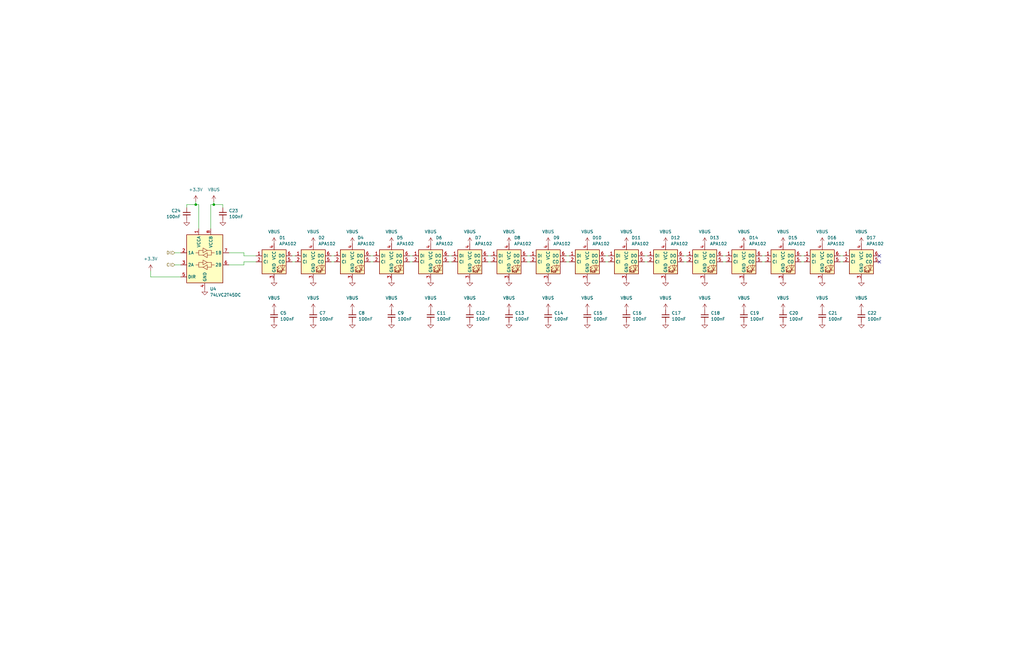
<source format=kicad_sch>
(kicad_sch (version 20250114) (generator "eeschema") (generator_version "9.0")
  (paper "USLedger")
  (title_block (date "2025-12-14") (rev "1"))
  (lib_symbols
    (symbol "Device:C_Small" (pin_numbers (hide yes)) (pin_names (offset 0.254) (hide yes))
      (property "Reference" "C" (at 0.254 1.778 0))
      (property "Value" "C_Small" (at 0.254 -2.032 0))
      (symbol "C_Small_0_1"
        (polyline (pts (xy -1.524 0.508) (xy 1.524 0.508)) (stroke (width 0.3048)))
        (polyline (pts (xy -1.524 -0.508) (xy 1.524 -0.508)) (stroke (width 0.3302)))
      )
      (symbol "C_Small_1_1"
        (pin passive line (at 0 2.54 270) (length 2.032) (name "~") (number "1"))
        (pin passive line (at 0 -2.54 90) (length 2.032) (name "~") (number "2"))
      )
    )
    (symbol "LED:APA102"
      (property "Reference" "D" (at 5.08 5.715 0))
      (property "Value" "APA102" (at 1.27 -5.715 0))
      (symbol "APA102_0_0"
        (text "RGB" (at 2.286 -4.191 0) (effects (font (size 0.762 0.762))))
      )
      (symbol "APA102_0_1"
        (polyline (pts (xy 1.27 -2.54) (xy 1.778 -2.54)))
        (polyline (pts (xy 1.27 -3.556) (xy 1.778 -3.556)))
        (polyline (pts (xy 2.286 -1.524) (xy 1.27 -2.54) (xy 1.27 -2.032)))
        (polyline (pts (xy 2.286 -2.54) (xy 1.27 -3.556) (xy 1.27 -3.048)))
        (polyline (pts (xy 3.683 -1.016) (xy 3.683 -3.556) (xy 3.683 -4.064)))
        (polyline (pts (xy 4.699 -1.524) (xy 2.667 -1.524) (xy 3.683 -3.556) (xy 4.699 -1.524)))
        (polyline (pts (xy 4.699 -3.556) (xy 2.667 -3.556)))
        (rectangle (start 5.08 5.08) (end -5.08 -5.08) (stroke (width 0.254)) (fill (type background)))
      )
      (symbol "APA102_1_1"
        (pin input line (at -7.62 2.54 0) (length 2.54) (name "DI") (number "1"))
        (pin input line (at -7.62 0 0) (length 2.54) (name "CI") (number "2"))
        (pin power_in line (at 0 7.62 270) (length 2.54) (name "VCC") (number "4"))
        (pin power_in line (at 0 -7.62 90) (length 2.54) (name "GND") (number "3"))
        (pin output line (at 7.62 2.54 180) (length 2.54) (name "DO") (number "6"))
        (pin output line (at 7.62 0 180) (length 2.54) (name "CO") (number "5"))
      )
    )
    (symbol "Logic_LevelTranslator:74LVC2T45DC"
      (property "Reference" "U" (at 6.35 -11.43 0))
      (property "Value" "74LVC2T45DC" (at 10.16 11.43 0))
      (symbol "74LVC2T45DC_1_1"
        (rectangle (start -7.62 10.16) (end 7.62 -10.16) (stroke (width 0.254)) (fill (type background)))
        (polyline (pts (xy -2.54 2.54) (xy -2.54 3.556) (xy -0.762 3.556)))
        (polyline (pts (xy -2.54 -2.54) (xy -2.54 -1.524) (xy -0.762 -1.524)))
        (polyline (pts (xy -0.762 2.54) (xy -0.762 4.572) (xy 1.016 3.556) (xy -0.762 2.54)))
        (polyline (pts (xy -0.762 1.524) (xy -2.54 1.524) (xy -2.54 2.54) (xy -3.81 2.54)))
        (polyline (pts (xy -0.762 -2.54) (xy -0.762 -0.508) (xy 1.016 -1.524) (xy -0.762 -2.54)))
        (polyline (pts (xy -0.762 -3.556) (xy -2.54 -3.556) (xy -2.54 -2.54) (xy -3.81 -2.54)))
        (polyline (pts (xy 1.016 3.556) (xy 2.794 3.556) (xy 2.794 2.54) (xy 4.064 2.54)))
        (polyline (pts (xy 1.016 2.54) (xy 1.016 0.762) (xy 1.016 0.508) (xy -0.762 1.524) (xy 1.016 2.54)))
        (polyline (pts (xy 1.016 -1.524) (xy 2.794 -1.524) (xy 2.794 -2.54) (xy 4.064 -2.54)))
        (polyline (pts (xy 1.016 -2.54) (xy 1.016 -4.318) (xy 1.016 -4.572) (xy -0.762 -3.556) (xy 1.016 -2.54)))
        (polyline (pts (xy 2.794 2.54) (xy 2.794 1.524) (xy 1.016 1.524)))
        (polyline (pts (xy 2.794 -2.54) (xy 2.794 -3.556) (xy 1.016 -3.556)))
        (pin bidirectional line (at -10.16 2.54 0) (length 2.54) (name "1A") (number "2"))
        (pin bidirectional line (at -10.16 -2.54 0) (length 2.54) (name "2A") (number "3"))
        (pin input line (at -10.16 -7.62 0) (length 2.54) (name "DIR") (number "5"))
        (pin power_in line (at -2.54 12.7 270) (length 2.54) (name "VCCA") (number "1"))
        (pin power_in line (at 0 -12.7 90) (length 2.54) (name "GND") (number "4"))
        (pin power_in line (at 2.54 12.7 270) (length 2.54) (name "VCCB") (number "8"))
        (pin bidirectional line (at 10.16 2.54 180) (length 2.54) (name "1B") (number "7"))
        (pin bidirectional line (at 10.16 -2.54 180) (length 2.54) (name "2B") (number "6"))
      )
    )
    (symbol "VBUS_1" (power) (pin_numbers (hide yes)) (pin_names (offset 0) (hide yes))
      (property "Value" "VBUS" (at 0 3.556 0))
      (symbol "VBUS_1_0_1"
        (polyline (pts (xy -0.762 1.27) (xy 0 2.54)))
        (polyline (pts (xy 0 2.54) (xy 0.762 1.27)))
        (polyline (pts (xy 0 0) (xy 0 2.54)))
      )
      (symbol "VBUS_1_1_1"
        (pin power_in line (at 0 0 90) (length 0) (name "~") (number "1"))
      )
    )
    (symbol "power:+3.3V" (power) (pin_names (offset 0))
      (property "Value" "+3.3V" (at 0 3.556 0))
      (symbol "+3.3V_0_1"
        (polyline (pts (xy -0.762 1.27) (xy 0 2.54)))
        (polyline (pts (xy 0 2.54) (xy 0.762 1.27)))
        (polyline (pts (xy 0 0) (xy 0 2.54)))
      )
      (symbol "+3.3V_1_1"
        (pin power_in line (at 0 0 90) (length 0) (hide yes) (name "+3.3V") (number "1"))
      )
    )
    (symbol "power:GND" (power) (pin_names (offset 0))
      (property "Value" "GND" (at 0 -3.81 0))
      (symbol "GND_0_1"
        (polyline (pts (xy 0 0) (xy 0 -1.27) (xy 1.27 -1.27) (xy 0 -2.54) (xy -1.27 -1.27) (xy 0 -1.27)))
      )
      (symbol "GND_1_1"
        (pin power_in line (at 0 0 270) (length 0) (hide yes) (name "GND") (number "1"))
      )
    )
  )
  (junction (at 82.55 86.36))
  (junction (at 90.17 86.36))
  (no_connect (at 370.84 110.49))
  (no_connect (at 370.84 107.95))
  (wire (pts (xy 337.82 107.95) (xy 339.09 107.95)))
  (wire (pts (xy 222.25 110.49) (xy 223.52 110.49)))
  (wire (pts (xy 83.82 86.36) (xy 83.82 96.52)))
  (wire (pts (xy 102.87 110.49) (xy 107.95 110.49)))
  (wire (pts (xy 82.55 85.09) (xy 82.55 86.36)))
  (wire (pts (xy 96.52 111.76) (xy 102.87 111.76)))
  (wire (pts (xy 78.74 86.36) (xy 82.55 86.36)))
  (wire (pts (xy 139.7 110.49) (xy 140.97 110.49)))
  (wire (pts (xy 90.17 85.09) (xy 90.17 86.36)))
  (wire (pts (xy 205.74 107.95) (xy 207.01 107.95)))
  (wire (pts (xy 63.5 116.84) (xy 76.2 116.84)))
  (wire (pts (xy 102.87 106.68) (xy 102.87 107.95)))
  (wire (pts (xy 189.23 107.95) (xy 190.5 107.95)))
  (wire (pts (xy 63.5 114.3) (xy 63.5 116.84)))
  (wire (pts (xy 172.72 110.49) (xy 173.99 110.49)))
  (wire (pts (xy 156.21 107.95) (xy 157.48 107.95)))
  (wire (pts (xy 172.72 107.95) (xy 173.99 107.95)))
  (wire (pts (xy 222.25 107.95) (xy 223.52 107.95)))
  (wire (pts (xy 156.21 110.49) (xy 157.48 110.49)))
  (wire (pts (xy 139.7 107.95) (xy 140.97 107.95)))
  (wire (pts (xy 73.66 106.68) (xy 76.2 106.68)))
  (wire (pts (xy 337.82 110.49) (xy 339.09 110.49)))
  (wire (pts (xy 354.33 107.95) (xy 355.6 107.95)))
  (wire (pts (xy 288.29 110.49) (xy 289.56 110.49)))
  (wire (pts (xy 189.23 110.49) (xy 190.5 110.49)))
  (wire (pts (xy 271.78 110.49) (xy 273.05 110.49)))
  (wire (pts (xy 90.17 86.36) (xy 88.9 86.36)))
  (wire (pts (xy 271.78 107.95) (xy 273.05 107.95)))
  (wire (pts (xy 123.19 110.49) (xy 124.46 110.49)))
  (wire (pts (xy 238.76 110.49) (xy 240.03 110.49)))
  (wire (pts (xy 255.27 107.95) (xy 256.54 107.95)))
  (wire (pts (xy 304.8 107.95) (xy 306.07 107.95)))
  (wire (pts (xy 354.33 110.49) (xy 355.6 110.49)))
  (wire (pts (xy 288.29 107.95) (xy 289.56 107.95)))
  (wire (pts (xy 88.9 86.36) (xy 88.9 96.52)))
  (wire (pts (xy 321.31 107.95) (xy 322.58 107.95)))
  (wire (pts (xy 205.74 110.49) (xy 207.01 110.49)))
  (wire (pts (xy 96.52 106.68) (xy 102.87 106.68)))
  (wire (pts (xy 102.87 107.95) (xy 107.95 107.95)))
  (wire (pts (xy 304.8 110.49) (xy 306.07 110.49)))
  (wire (pts (xy 123.19 107.95) (xy 124.46 107.95)))
  (wire (pts (xy 238.76 107.95) (xy 240.03 107.95)))
  (wire (pts (xy 102.87 111.76) (xy 102.87 110.49)))
  (wire (pts (xy 93.98 87.63) (xy 93.98 86.36)))
  (wire (pts (xy 78.74 87.63) (xy 78.74 86.36)))
  (wire (pts (xy 90.17 86.36) (xy 93.98 86.36)))
  (wire (pts (xy 73.66 111.76) (xy 76.2 111.76)))
  (wire (pts (xy 321.31 110.49) (xy 322.58 110.49)))
  (wire (pts (xy 255.27 110.49) (xy 256.54 110.49)))
  (wire (pts (xy 82.55 86.36) (xy 83.82 86.36)))
  (hierarchical_label "CI" (shape input) (at 73.66 111.76 180))
  (hierarchical_label "DI" (shape input) (at 73.66 106.68 180))
  (symbol (lib_name "VBUS_1") (lib_id "power:VBUS") (at 181.61 130.81 0) (unit 1)
    (property "Reference" "#PWR033" (effects (hide yes)))
    (property "Value" "VBUS" (at 181.61 125.73 0))
    (property "Description" "Power symbol creates a global label with name \"VBUS\"" (effects (hide yes)))
  )
  (symbol (lib_name "VBUS_1") (lib_id "power:VBUS") (at 330.2 102.87 0) (unit 1)
    (property "Reference" "#PWR077" (effects (hide yes)))
    (property "Value" "VBUS" (at 330.2 97.79 0))
    (property "Description" "Power symbol creates a global label with name \"VBUS\"" (effects (hide yes)))
  )
  (symbol (lib_id "power:GND") (at 264.16 118.11 0) (unit 1)
    (property "Reference" "#PWR046" (effects (hide yes)))
    (property "Value" "GND" (effects (hide yes)))
  )
  (symbol (lib_id "power:GND") (at 132.08 118.11 0) (unit 1)
    (property "Reference" "#PWR015" (effects (hide yes)))
    (property "Value" "GND" (effects (hide yes)))
  )
  (symbol (lib_name "VBUS_1") (lib_id "power:VBUS") (at 165.1 130.81 0) (unit 1)
    (property "Reference" "#PWR023" (effects (hide yes)))
    (property "Value" "VBUS" (at 165.1 125.73 0))
    (property "Description" "Power symbol creates a global label with name \"VBUS\"" (effects (hide yes)))
  )
  (symbol (lib_id "Device:C_Small") (at 214.63 133.35 0) (unit 1)
    (property "Reference" "C13" (at 217.17 132.0862 0) (effects (justify left)))
    (property "Value" "100nF" (at 217.17 134.6262 0) (effects (justify left)))
    (property "Description" "Unpolarized capacitor, small symbol" (effects (hide yes)))
  )
  (symbol (lib_id "Device:C_Small") (at 165.1 133.35 0) (unit 1)
    (property "Reference" "C9" (at 167.64 132.0862 0) (effects (justify left)))
    (property "Value" "100nF" (at 167.64 134.6262 0) (effects (justify left)))
    (property "Description" "Unpolarized capacitor, small symbol" (effects (hide yes)))
  )
  (symbol (lib_id "Device:C_Small") (at 363.22 133.35 0) (unit 1)
    (property "Reference" "C22" (at 365.76 132.0862 0) (effects (justify left)))
    (property "Value" "100nF" (at 365.76 134.6262 0) (effects (justify left)))
    (property "Description" "Unpolarized capacitor, small symbol" (effects (hide yes)))
  )
  (symbol (lib_id "Device:C_Small") (at 78.74 90.17 0) (mirror y) (unit 1)
    (property "Reference" "C24" (at 76.2 88.9062 0) (effects (justify left)))
    (property "Value" "100nF" (at 76.2 91.4462 0) (effects (justify left)))
    (property "Description" "Unpolarized capacitor, small symbol" (effects (hide yes)))
  )
  (symbol (lib_id "power:GND") (at 214.63 135.89 0) (unit 1)
    (property "Reference" "#PWR068" (effects (hide yes)))
    (property "Value" "GND" (effects (hide yes)))
  )
  (symbol (lib_name "VBUS_1") (lib_id "power:VBUS") (at 264.16 102.87 0) (unit 1)
    (property "Reference" "#PWR057" (effects (hide yes)))
    (property "Value" "VBUS" (at 264.16 97.79 0))
    (property "Description" "Power symbol creates a global label with name \"VBUS\"" (effects (hide yes)))
  )
  (symbol (lib_id "power:GND") (at 132.08 135.89 0) (unit 1)
    (property "Reference" "#PWR034" (effects (hide yes)))
    (property "Value" "GND" (effects (hide yes)))
  )
  (symbol (lib_id "Device:C_Small") (at 132.08 133.35 0) (unit 1)
    (property "Reference" "C7" (at 134.62 132.0862 0) (effects (justify left)))
    (property "Value" "100nF" (at 134.62 134.6262 0) (effects (justify left)))
    (property "Description" "Unpolarized capacitor, small symbol" (effects (hide yes)))
  )
  (symbol (lib_id "power:GND") (at 231.14 118.11 0) (unit 1)
    (property "Reference" "#PWR030" (effects (hide yes)))
    (property "Value" "GND" (effects (hide yes)))
  )
  (symbol (lib_id "power:GND") (at 231.14 135.89 0) (unit 1)
    (property "Reference" "#PWR070" (effects (hide yes)))
    (property "Value" "GND" (effects (hide yes)))
  )
  (symbol (lib_name "VBUS_1") (lib_id "power:VBUS") (at 247.65 130.81 0) (unit 1)
    (property "Reference" "#PWR054" (effects (hide yes)))
    (property "Value" "VBUS" (at 247.65 125.73 0))
    (property "Description" "Power symbol creates a global label with name \"VBUS\"" (effects (hide yes)))
  )
  (symbol (lib_id "power:+3.3V") (at 63.5 114.3 0) (unit 1)
    (property "Reference" "#PWR094" (effects (hide yes)))
    (property "Value" "+3.3V" (at 63.5 109.22 0))
  )
  (symbol (lib_id "power:GND") (at 181.61 118.11 0) (unit 1)
    (property "Reference" "#PWR024" (effects (hide yes)))
    (property "Value" "GND" (effects (hide yes)))
  )
  (symbol (lib_name "VBUS_1") (lib_id "power:VBUS") (at 297.18 102.87 0) (unit 1)
    (property "Reference" "#PWR067" (effects (hide yes)))
    (property "Value" "VBUS" (at 297.18 97.79 0))
    (property "Description" "Power symbol creates a global label with name \"VBUS\"" (effects (hide yes)))
  )
  (symbol (lib_id "Device:C_Small") (at 297.18 133.35 0) (unit 1)
    (property "Reference" "C18" (at 299.72 132.0862 0) (effects (justify left)))
    (property "Value" "100nF" (at 299.72 134.6262 0) (effects (justify left)))
    (property "Description" "Unpolarized capacitor, small symbol" (effects (hide yes)))
  )
  (symbol (lib_name "VBUS_1") (lib_id "power:VBUS") (at 132.08 130.81 0) (unit 1)
    (property "Reference" "#PWR016" (effects (hide yes)))
    (property "Value" "VBUS" (at 132.08 125.73 0))
    (property "Description" "Power symbol creates a global label with name \"VBUS\"" (effects (hide yes)))
  )
  (symbol (lib_name "VBUS_1") (lib_id "power:VBUS") (at 264.16 130.81 0) (unit 1)
    (property "Reference" "#PWR061" (effects (hide yes)))
    (property "Value" "VBUS" (at 264.16 125.73 0))
    (property "Description" "Power symbol creates a global label with name \"VBUS\"" (effects (hide yes)))
  )
  (symbol (lib_id "LED:APA102") (at 247.65 110.49 0) (unit 1)
    (property "Reference" "D10" (at 249.7933 100.33 0) (effects (justify left)))
    (property "Value" "APA102" (at 249.7933 102.87 0) (effects (justify left)))
    (property "Footprint" "LED_SMD:LED_RGB_5050-6" (effects (hide yes)))
    (property "Datasheet" "http://www.led-color.com/upload/201506/APA102%20LED.pdf" (effects (hide yes)))
    (property "Description" "RGB LED with integrated controller" (effects (hide yes)))
  )
  (symbol (lib_name "VBUS_1") (lib_id "power:VBUS") (at 214.63 102.87 0) (unit 1)
    (property "Reference" "#PWR039" (effects (hide yes)))
    (property "Value" "VBUS" (at 214.63 97.79 0))
    (property "Description" "Power symbol creates a global label with name \"VBUS\"" (effects (hide yes)))
  )
  (symbol (lib_id "power:GND") (at 148.59 118.11 0) (unit 1)
    (property "Reference" "#PWR019" (effects (hide yes)))
    (property "Value" "GND" (effects (hide yes)))
  )
  (symbol (lib_id "power:GND") (at 346.71 118.11 0) (unit 1)
    (property "Reference" "#PWR060" (effects (hide yes)))
    (property "Value" "GND" (effects (hide yes)))
  )
  (symbol (lib_id "power:GND") (at 86.36 121.92 0) (unit 1)
    (property "Reference" "#PWR091" (effects (hide yes)))
    (property "Value" "GND" (effects (hide yes)))
  )
  (symbol (lib_id "power:GND") (at 93.98 92.71 0) (unit 1)
    (property "Reference" "#PWR092" (effects (hide yes)))
    (property "Value" "GND" (effects (hide yes)))
  )
  (symbol (lib_id "LED:APA102") (at 363.22 110.49 0) (unit 1)
    (property "Reference" "D17" (at 365.3633 100.33 0) (effects (justify left)))
    (property "Value" "APA102" (at 365.3633 102.87 0) (effects (justify left)))
    (property "Footprint" "LED_SMD:LED_RGB_5050-6" (effects (hide yes)))
    (property "Datasheet" "http://www.led-color.com/upload/201506/APA102%20LED.pdf" (effects (hide yes)))
    (property "Description" "RGB LED with integrated controller" (effects (hide yes)))
  )
  (symbol (lib_id "LED:APA102") (at 214.63 110.49 0) (unit 1)
    (property "Reference" "D8" (at 216.7733 100.33 0) (effects (justify left)))
    (property "Value" "APA102" (at 216.7733 102.87 0) (effects (justify left)))
    (property "Footprint" "LED_SMD:LED_RGB_5050-6" (effects (hide yes)))
    (property "Datasheet" "http://www.led-color.com/upload/201506/APA102%20LED.pdf" (effects (hide yes)))
    (property "Description" "RGB LED with integrated controller" (effects (hide yes)))
  )
  (symbol (lib_id "Device:C_Small") (at 313.69 133.35 0) (unit 1)
    (property "Reference" "C19" (at 316.23 132.0862 0) (effects (justify left)))
    (property "Value" "100nF" (at 316.23 134.6262 0) (effects (justify left)))
    (property "Description" "Unpolarized capacitor, small symbol" (effects (hide yes)))
  )
  (symbol (lib_id "power:GND") (at 247.65 135.89 0) (unit 1)
    (property "Reference" "#PWR074" (effects (hide yes)))
    (property "Value" "GND" (effects (hide yes)))
  )
  (symbol (lib_name "VBUS_1") (lib_id "power:VBUS") (at 247.65 102.87 0) (unit 1)
    (property "Reference" "#PWR051" (effects (hide yes)))
    (property "Value" "VBUS" (at 247.65 97.79 0))
    (property "Description" "Power symbol creates a global label with name \"VBUS\"" (effects (hide yes)))
  )
  (symbol (lib_name "VBUS_1") (lib_id "power:VBUS") (at 148.59 102.87 0) (unit 1)
    (property "Reference" "#PWR027" (effects (hide yes)))
    (property "Value" "VBUS" (at 148.59 97.79 0))
    (property "Description" "Power symbol creates a global label with name \"VBUS\"" (effects (hide yes)))
  )
  (symbol (lib_id "power:GND") (at 297.18 135.89 0) (unit 1)
    (property "Reference" "#PWR080" (effects (hide yes)))
    (property "Value" "GND" (effects (hide yes)))
  )
  (symbol (lib_name "VBUS_1") (lib_id "power:VBUS") (at 132.08 102.87 0) (unit 1)
    (property "Reference" "#PWR025" (effects (hide yes)))
    (property "Value" "VBUS" (at 132.08 97.79 0))
    (property "Description" "Power symbol creates a global label with name \"VBUS\"" (effects (hide yes)))
  )
  (symbol (lib_id "power:GND") (at 78.74 92.71 0) (unit 1)
    (property "Reference" "#PWR093" (effects (hide yes)))
    (property "Value" "GND" (effects (hide yes)))
  )
  (symbol (lib_id "power:GND") (at 280.67 135.89 0) (unit 1)
    (property "Reference" "#PWR078" (effects (hide yes)))
    (property "Value" "GND" (effects (hide yes)))
  )
  (symbol (lib_id "power:GND") (at 247.65 118.11 0) (unit 1)
    (property "Reference" "#PWR040" (effects (hide yes)))
    (property "Value" "GND" (effects (hide yes)))
  )
  (symbol (lib_id "Device:C_Small") (at 115.57 133.35 0) (unit 1)
    (property "Reference" "C5" (at 118.11 132.0862 0) (effects (justify left)))
    (property "Value" "100nF" (at 118.11 134.6262 0) (effects (justify left)))
    (property "Description" "Unpolarized capacitor, small symbol" (effects (hide yes)))
  )
  (symbol (lib_id "Device:C_Small") (at 148.59 133.35 0) (unit 1)
    (property "Reference" "C8" (at 151.13 132.0862 0) (effects (justify left)))
    (property "Value" "100nF" (at 151.13 134.6262 0) (effects (justify left)))
    (property "Description" "Unpolarized capacitor, small symbol" (effects (hide yes)))
  )
  (symbol (lib_name "VBUS_1") (lib_id "power:VBUS") (at 231.14 102.87 0) (unit 1)
    (property "Reference" "#PWR047" (effects (hide yes)))
    (property "Value" "VBUS" (at 231.14 97.79 0))
    (property "Description" "Power symbol creates a global label with name \"VBUS\"" (effects (hide yes)))
  )
  (symbol (lib_id "LED:APA102") (at 231.14 110.49 0) (unit 1)
    (property "Reference" "D9" (at 233.2833 100.33 0) (effects (justify left)))
    (property "Value" "APA102" (at 233.2833 102.87 0) (effects (justify left)))
    (property "Footprint" "LED_SMD:LED_RGB_5050-6" (effects (hide yes)))
    (property "Datasheet" "http://www.led-color.com/upload/201506/APA102%20LED.pdf" (effects (hide yes)))
    (property "Description" "RGB LED with integrated controller" (effects (hide yes)))
  )
  (symbol (lib_id "Device:C_Small") (at 181.61 133.35 0) (unit 1)
    (property "Reference" "C11" (at 184.15 132.0862 0) (effects (justify left)))
    (property "Value" "100nF" (at 184.15 134.6262 0) (effects (justify left)))
    (property "Description" "Unpolarized capacitor, small symbol" (effects (hide yes)))
  )
  (symbol (lib_id "LED:APA102") (at 132.08 110.49 0) (unit 1)
    (property "Reference" "D2" (at 134.2233 100.33 0) (effects (justify left)))
    (property "Value" "APA102" (at 134.2233 102.87 0) (effects (justify left)))
    (property "Footprint" "LED_SMD:LED_RGB_5050-6" (effects (hide yes)))
    (property "Datasheet" "http://www.led-color.com/upload/201506/APA102%20LED.pdf" (effects (hide yes)))
    (property "Description" "RGB LED with integrated controller" (effects (hide yes)))
  )
  (symbol (lib_id "LED:APA102") (at 148.59 110.49 0) (unit 1)
    (property "Reference" "D4" (at 150.7333 100.33 0) (effects (justify left)))
    (property "Value" "APA102" (at 150.7333 102.87 0) (effects (justify left)))
    (property "Footprint" "LED_SMD:LED_RGB_5050-6" (effects (hide yes)))
    (property "Datasheet" "http://www.led-color.com/upload/201506/APA102%20LED.pdf" (effects (hide yes)))
    (property "Description" "RGB LED with integrated controller" (effects (hide yes)))
  )
  (symbol (lib_id "power:+3.3V") (at 82.55 85.09 0) (unit 1)
    (property "Reference" "#PWR089" (effects (hide yes)))
    (property "Value" "+3.3V" (at 82.55 80.01 0))
  )
  (symbol (lib_id "power:GND") (at 165.1 118.11 0) (unit 1)
    (property "Reference" "#PWR022" (effects (hide yes)))
    (property "Value" "GND" (effects (hide yes)))
  )
  (symbol (lib_id "LED:APA102") (at 330.2 110.49 0) (unit 1)
    (property "Reference" "D15" (at 332.3433 100.33 0) (effects (justify left)))
    (property "Value" "APA102" (at 332.3433 102.87 0) (effects (justify left)))
    (property "Footprint" "LED_SMD:LED_RGB_5050-6" (effects (hide yes)))
    (property "Datasheet" "http://www.led-color.com/upload/201506/APA102%20LED.pdf" (effects (hide yes)))
    (property "Description" "RGB LED with integrated controller" (effects (hide yes)))
  )
  (symbol (lib_id "LED:APA102") (at 181.61 110.49 0) (unit 1)
    (property "Reference" "D6" (at 183.7533 100.33 0) (effects (justify left)))
    (property "Value" "APA102" (at 183.7533 102.87 0) (effects (justify left)))
    (property "Footprint" "LED_SMD:LED_RGB_5050-6" (effects (hide yes)))
    (property "Datasheet" "http://www.led-color.com/upload/201506/APA102%20LED.pdf" (effects (hide yes)))
    (property "Description" "RGB LED with integrated controller" (effects (hide yes)))
  )
  (symbol (lib_id "Device:C_Small") (at 346.71 133.35 0) (unit 1)
    (property "Reference" "C21" (at 349.25 132.0862 0) (effects (justify left)))
    (property "Value" "100nF" (at 349.25 134.6262 0) (effects (justify left)))
    (property "Description" "Unpolarized capacitor, small symbol" (effects (hide yes)))
  )
  (symbol (lib_name "VBUS_1") (lib_id "power:VBUS") (at 313.69 102.87 0) (unit 1)
    (property "Reference" "#PWR073" (effects (hide yes)))
    (property "Value" "VBUS" (at 313.69 97.79 0))
    (property "Description" "Power symbol creates a global label with name \"VBUS\"" (effects (hide yes)))
  )
  (symbol (lib_id "Logic_LevelTranslator:74LVC2T45DC") (at 86.36 109.22 0) (unit 1)
    (property "Reference" "U4" (at 88.5033 121.92 0) (effects (justify left)))
    (property "Value" "74LVC2T45DC" (at 88.5033 124.46 0) (effects (justify left)))
    (property "Footprint" "Package_SO:VSSOP-8_2.3x2mm_P0.5mm" (effects (hide yes)))
    (property "Datasheet" "https://assets.nexperia.com/documents/data-sheet/74LVC_LVCH2T45.pdf" (effects (hide yes)))
    (property "Description" "Dual supply translating transceiver, 3-state, 2-bit, VSSOP-8" (effects (hide yes)))
  )
  (symbol (lib_name "VBUS_1") (lib_id "power:VBUS") (at 280.67 130.81 0) (unit 1)
    (property "Reference" "#PWR065" (effects (hide yes)))
    (property "Value" "VBUS" (at 280.67 125.73 0))
    (property "Description" "Power symbol creates a global label with name \"VBUS\"" (effects (hide yes)))
  )
  (symbol (lib_name "VBUS_1") (lib_id "power:VBUS") (at 148.59 130.81 0) (unit 1)
    (property "Reference" "#PWR020" (effects (hide yes)))
    (property "Value" "VBUS" (at 148.59 125.73 0))
    (property "Description" "Power symbol creates a global label with name \"VBUS\"" (effects (hide yes)))
  )
  (symbol (lib_id "power:GND") (at 148.59 135.89 0) (unit 1)
    (property "Reference" "#PWR036" (effects (hide yes)))
    (property "Value" "GND" (effects (hide yes)))
  )
  (symbol (lib_id "power:GND") (at 198.12 135.89 0) (unit 1)
    (property "Reference" "#PWR066" (effects (hide yes)))
    (property "Value" "GND" (effects (hide yes)))
  )
  (symbol (lib_id "power:GND") (at 214.63 118.11 0) (unit 1)
    (property "Reference" "#PWR028" (effects (hide yes)))
    (property "Value" "GND" (effects (hide yes)))
  )
  (symbol (lib_id "Device:C_Small") (at 198.12 133.35 0) (unit 1)
    (property "Reference" "C12" (at 200.66 132.0862 0) (effects (justify left)))
    (property "Value" "100nF" (at 200.66 134.6262 0) (effects (justify left)))
    (property "Description" "Unpolarized capacitor, small symbol" (effects (hide yes)))
  )
  (symbol (lib_id "power:GND") (at 165.1 135.89 0) (unit 1)
    (property "Reference" "#PWR038" (effects (hide yes)))
    (property "Value" "GND" (effects (hide yes)))
  )
  (symbol (lib_name "VBUS_1") (lib_id "power:VBUS") (at 280.67 102.87 0) (unit 1)
    (property "Reference" "#PWR063" (effects (hide yes)))
    (property "Value" "VBUS" (at 280.67 97.79 0))
    (property "Description" "Power symbol creates a global label with name \"VBUS\"" (effects (hide yes)))
  )
  (symbol (lib_id "Device:C_Small") (at 330.2 133.35 0) (unit 1)
    (property "Reference" "C20" (at 332.74 132.0862 0) (effects (justify left)))
    (property "Value" "100nF" (at 332.74 134.6262 0) (effects (justify left)))
    (property "Description" "Unpolarized capacitor, small symbol" (effects (hide yes)))
  )
  (symbol (lib_id "power:GND") (at 363.22 135.89 0) (unit 1)
    (property "Reference" "#PWR088" (effects (hide yes)))
    (property "Value" "GND" (effects (hide yes)))
  )
  (symbol (lib_id "power:GND") (at 181.61 135.89 0) (unit 1)
    (property "Reference" "#PWR064" (effects (hide yes)))
    (property "Value" "GND" (effects (hide yes)))
  )
  (symbol (lib_id "power:GND") (at 264.16 135.89 0) (unit 1)
    (property "Reference" "#PWR076" (effects (hide yes)))
    (property "Value" "GND" (effects (hide yes)))
  )
  (symbol (lib_id "power:GND") (at 346.71 135.89 0) (unit 1)
    (property "Reference" "#PWR086" (effects (hide yes)))
    (property "Value" "GND" (effects (hide yes)))
  )
  (symbol (lib_id "Device:C_Small") (at 231.14 133.35 0) (unit 1)
    (property "Reference" "C14" (at 233.68 132.0862 0) (effects (justify left)))
    (property "Value" "100nF" (at 233.68 134.6262 0) (effects (justify left)))
    (property "Description" "Unpolarized capacitor, small symbol" (effects (hide yes)))
  )
  (symbol (lib_id "power:GND") (at 313.69 135.89 0) (unit 1)
    (property "Reference" "#PWR082" (effects (hide yes)))
    (property "Value" "GND" (effects (hide yes)))
  )
  (symbol (lib_id "power:GND") (at 330.2 135.89 0) (unit 1)
    (property "Reference" "#PWR084" (effects (hide yes)))
    (property "Value" "GND" (effects (hide yes)))
  )
  (symbol (lib_id "power:GND") (at 313.69 118.11 0) (unit 1)
    (property "Reference" "#PWR052" (effects (hide yes)))
    (property "Value" "GND" (effects (hide yes)))
  )
  (symbol (lib_id "power:GND") (at 363.22 118.11 0) (unit 1)
    (property "Reference" "#PWR062" (effects (hide yes)))
    (property "Value" "GND" (effects (hide yes)))
  )
  (symbol (lib_name "VBUS_1") (lib_id "power:VBUS") (at 165.1 102.87 0) (unit 1)
    (property "Reference" "#PWR029" (effects (hide yes)))
    (property "Value" "VBUS" (at 165.1 97.79 0))
    (property "Description" "Power symbol creates a global label with name \"VBUS\"" (effects (hide yes)))
  )
  (symbol (lib_id "LED:APA102") (at 165.1 110.49 0) (unit 1)
    (property "Reference" "D5" (at 167.2433 100.33 0) (effects (justify left)))
    (property "Value" "APA102" (at 167.2433 102.87 0) (effects (justify left)))
    (property "Footprint" "LED_SMD:LED_RGB_5050-6" (effects (hide yes)))
    (property "Datasheet" "http://www.led-color.com/upload/201506/APA102%20LED.pdf" (effects (hide yes)))
    (property "Description" "RGB LED with integrated controller" (effects (hide yes)))
  )
  (symbol (lib_name "VBUS_1") (lib_id "power:VBUS") (at 313.69 130.81 0) (unit 1)
    (property "Reference" "#PWR075" (effects (hide yes)))
    (property "Value" "VBUS" (at 313.69 125.73 0))
    (property "Description" "Power symbol creates a global label with name \"VBUS\"" (effects (hide yes)))
  )
  (symbol (lib_name "VBUS_1") (lib_id "power:VBUS") (at 214.63 130.81 0) (unit 1)
    (property "Reference" "#PWR045" (effects (hide yes)))
    (property "Value" "VBUS" (at 214.63 125.73 0))
    (property "Description" "Power symbol creates a global label with name \"VBUS\"" (effects (hide yes)))
  )
  (symbol (lib_id "Device:C_Small") (at 280.67 133.35 0) (unit 1)
    (property "Reference" "C17" (at 283.21 132.0862 0) (effects (justify left)))
    (property "Value" "100nF" (at 283.21 134.6262 0) (effects (justify left)))
    (property "Description" "Unpolarized capacitor, small symbol" (effects (hide yes)))
  )
  (symbol (lib_id "power:GND") (at 115.57 135.89 0) (unit 1)
    (property "Reference" "#PWR032" (effects (hide yes)))
    (property "Value" "GND" (effects (hide yes)))
  )
  (symbol (lib_id "power:GND") (at 115.57 118.11 0) (unit 1)
    (property "Reference" "#PWR010" (effects (hide yes)))
    (property "Value" "GND" (effects (hide yes)))
  )
  (symbol (lib_name "VBUS_1") (lib_id "power:VBUS") (at 231.14 130.81 0) (unit 1)
    (property "Reference" "#PWR049" (effects (hide yes)))
    (property "Value" "VBUS" (at 231.14 125.73 0))
    (property "Description" "Power symbol creates a global label with name \"VBUS\"" (effects (hide yes)))
  )
  (symbol (lib_name "VBUS_1") (lib_id "power:VBUS") (at 363.22 102.87 0) (unit 1)
    (property "Reference" "#PWR085" (effects (hide yes)))
    (property "Value" "VBUS" (at 363.22 97.79 0))
    (property "Description" "Power symbol creates a global label with name \"VBUS\"" (effects (hide yes)))
  )
  (symbol (lib_name "VBUS_1") (lib_id "power:VBUS") (at 181.61 102.87 0) (unit 1)
    (property "Reference" "#PWR031" (effects (hide yes)))
    (property "Value" "VBUS" (at 181.61 97.79 0))
    (property "Description" "Power symbol creates a global label with name \"VBUS\"" (effects (hide yes)))
  )
  (symbol (lib_id "power:GND") (at 330.2 118.11 0) (unit 1)
    (property "Reference" "#PWR056" (effects (hide yes)))
    (property "Value" "GND" (effects (hide yes)))
  )
  (symbol (lib_id "Device:C_Small") (at 93.98 90.17 0) (unit 1)
    (property "Reference" "C23" (at 96.52 88.9062 0) (effects (justify left)))
    (property "Value" "100nF" (at 96.52 91.4462 0) (effects (justify left)))
    (property "Description" "Unpolarized capacitor, small symbol" (effects (hide yes)))
  )
  (symbol (lib_name "VBUS_1") (lib_id "power:VBUS") (at 346.71 130.81 0) (unit 1)
    (property "Reference" "#PWR083" (effects (hide yes)))
    (property "Value" "VBUS" (at 346.71 125.73 0))
    (property "Description" "Power symbol creates a global label with name \"VBUS\"" (effects (hide yes)))
  )
  (symbol (lib_id "LED:APA102") (at 115.57 110.49 0) (unit 1)
    (property "Reference" "D1" (at 117.7133 100.33 0) (effects (justify left)))
    (property "Value" "APA102" (at 117.7133 102.87 0) (effects (justify left)))
    (property "Footprint" "LED_SMD:LED_RGB_5050-6" (effects (hide yes)))
    (property "Datasheet" "http://www.led-color.com/upload/201506/APA102%20LED.pdf" (effects (hide yes)))
    (property "Description" "RGB LED with integrated controller" (effects (hide yes)))
  )
  (symbol (lib_name "VBUS_1") (lib_id "power:VBUS") (at 115.57 102.87 0) (unit 1)
    (property "Reference" "#PWR011" (effects (hide yes)))
    (property "Value" "VBUS" (at 115.57 97.79 0))
    (property "Description" "Power symbol creates a global label with name \"VBUS\"" (effects (hide yes)))
  )
  (symbol (lib_id "LED:APA102") (at 313.69 110.49 0) (unit 1)
    (property "Reference" "D14" (at 315.8333 100.33 0) (effects (justify left)))
    (property "Value" "APA102" (at 315.8333 102.87 0) (effects (justify left)))
    (property "Footprint" "LED_SMD:LED_RGB_5050-6" (effects (hide yes)))
    (property "Datasheet" "http://www.led-color.com/upload/201506/APA102%20LED.pdf" (effects (hide yes)))
    (property "Description" "RGB LED with integrated controller" (effects (hide yes)))
  )
  (symbol (lib_id "Device:C_Small") (at 247.65 133.35 0) (unit 1)
    (property "Reference" "C15" (at 250.19 132.0862 0) (effects (justify left)))
    (property "Value" "100nF" (at 250.19 134.6262 0) (effects (justify left)))
    (property "Description" "Unpolarized capacitor, small symbol" (effects (hide yes)))
  )
  (symbol (lib_id "power:GND") (at 280.67 118.11 0) (unit 1)
    (property "Reference" "#PWR048" (effects (hide yes)))
    (property "Value" "GND" (effects (hide yes)))
  )
  (symbol (lib_id "power:GND") (at 297.18 118.11 0) (unit 1)
    (property "Reference" "#PWR050" (effects (hide yes)))
    (property "Value" "GND" (effects (hide yes)))
  )
  (symbol (lib_name "VBUS_1") (lib_id "power:VBUS") (at 198.12 102.87 0) (unit 1)
    (property "Reference" "#PWR035" (effects (hide yes)))
    (property "Value" "VBUS" (at 198.12 97.79 0))
    (property "Description" "Power symbol creates a global label with name \"VBUS\"" (effects (hide yes)))
  )
  (symbol (lib_name "VBUS_1") (lib_id "power:VBUS") (at 90.17 85.09 0) (unit 1)
    (property "Reference" "#PWR090" (effects (hide yes)))
    (property "Value" "VBUS" (at 90.17 80.01 0))
    (property "Description" "Power symbol creates a global label with name \"VBUS\"" (effects (hide yes)))
  )
  (symbol (lib_name "VBUS_1") (lib_id "power:VBUS") (at 115.57 130.81 0) (unit 1)
    (property "Reference" "#PWR013" (effects (hide yes)))
    (property "Value" "VBUS" (at 115.57 125.73 0))
    (property "Description" "Power symbol creates a global label with name \"VBUS\"" (effects (hide yes)))
  )
  (symbol (lib_name "VBUS_1") (lib_id "power:VBUS") (at 346.71 102.87 0) (unit 1)
    (property "Reference" "#PWR081" (effects (hide yes)))
    (property "Value" "VBUS" (at 346.71 97.79 0))
    (property "Description" "Power symbol creates a global label with name \"VBUS\"" (effects (hide yes)))
  )
  (symbol (lib_id "Device:C_Small") (at 264.16 133.35 0) (unit 1)
    (property "Reference" "C16" (at 266.7 132.0862 0) (effects (justify left)))
    (property "Value" "100nF" (at 266.7 134.6262 0) (effects (justify left)))
    (property "Description" "Unpolarized capacitor, small symbol" (effects (hide yes)))
  )
  (symbol (lib_id "LED:APA102") (at 198.12 110.49 0) (unit 1)
    (property "Reference" "D7" (at 200.2633 100.33 0) (effects (justify left)))
    (property "Value" "APA102" (at 200.2633 102.87 0) (effects (justify left)))
    (property "Footprint" "LED_SMD:LED_RGB_5050-6" (effects (hide yes)))
    (property "Datasheet" "http://www.led-color.com/upload/201506/APA102%20LED.pdf" (effects (hide yes)))
    (property "Description" "RGB LED with integrated controller" (effects (hide yes)))
  )
  (symbol (lib_name "VBUS_1") (lib_id "power:VBUS") (at 363.22 130.81 0) (unit 1)
    (property "Reference" "#PWR087" (effects (hide yes)))
    (property "Value" "VBUS" (at 363.22 125.73 0))
    (property "Description" "Power symbol creates a global label with name \"VBUS\"" (effects (hide yes)))
  )
  (symbol (lib_name "VBUS_1") (lib_id "power:VBUS") (at 330.2 130.81 0) (unit 1)
    (property "Reference" "#PWR079" (effects (hide yes)))
    (property "Value" "VBUS" (at 330.2 125.73 0))
    (property "Description" "Power symbol creates a global label with name \"VBUS\"" (effects (hide yes)))
  )
  (symbol (lib_id "LED:APA102") (at 297.18 110.49 0) (unit 1)
    (property "Reference" "D13" (at 299.3233 100.33 0) (effects (justify left)))
    (property "Value" "APA102" (at 299.3233 102.87 0) (effects (justify left)))
    (property "Footprint" "LED_SMD:LED_RGB_5050-6" (effects (hide yes)))
    (property "Datasheet" "http://www.led-color.com/upload/201506/APA102%20LED.pdf" (effects (hide yes)))
    (property "Description" "RGB LED with integrated controller" (effects (hide yes)))
  )
  (symbol (lib_id "LED:APA102") (at 264.16 110.49 0) (unit 1)
    (property "Reference" "D11" (at 266.3033 100.33 0) (effects (justify left)))
    (property "Value" "APA102" (at 266.3033 102.87 0) (effects (justify left)))
    (property "Footprint" "LED_SMD:LED_RGB_5050-6" (effects (hide yes)))
    (property "Datasheet" "http://www.led-color.com/upload/201506/APA102%20LED.pdf" (effects (hide yes)))
    (property "Description" "RGB LED with integrated controller" (effects (hide yes)))
  )
  (symbol (lib_id "LED:APA102") (at 280.67 110.49 0) (unit 1)
    (property "Reference" "D12" (at 282.8133 100.33 0) (effects (justify left)))
    (property "Value" "APA102" (at 282.8133 102.87 0) (effects (justify left)))
    (property "Footprint" "LED_SMD:LED_RGB_5050-6" (effects (hide yes)))
    (property "Datasheet" "http://www.led-color.com/upload/201506/APA102%20LED.pdf" (effects (hide yes)))
    (property "Description" "RGB LED with integrated controller" (effects (hide yes)))
  )
  (symbol (lib_id "power:GND") (at 198.12 118.11 0) (unit 1)
    (property "Reference" "#PWR026" (effects (hide yes)))
    (property "Value" "GND" (effects (hide yes)))
  )
  (symbol (lib_name "VBUS_1") (lib_id "power:VBUS") (at 297.18 130.81 0) (unit 1)
    (property "Reference" "#PWR069" (effects (hide yes)))
    (property "Value" "VBUS" (at 297.18 125.73 0))
    (property "Description" "Power symbol creates a global label with name \"VBUS\"" (effects (hide yes)))
  )
  (symbol (lib_name "VBUS_1") (lib_id "power:VBUS") (at 198.12 130.81 0) (unit 1)
    (property "Reference" "#PWR037" (effects (hide yes)))
    (property "Value" "VBUS" (at 198.12 125.73 0))
    (property "Description" "Power symbol creates a global label with name \"VBUS\"" (effects (hide yes)))
  )
  (symbol (lib_id "LED:APA102") (at 346.71 110.49 0) (unit 1)
    (property "Reference" "D16" (at 348.8533 100.33 0) (effects (justify left)))
    (property "Value" "APA102" (at 348.8533 102.87 0) (effects (justify left)))
    (property "Footprint" "LED_SMD:LED_RGB_5050-6" (effects (hide yes)))
    (property "Datasheet" "http://www.led-color.com/upload/201506/APA102%20LED.pdf" (effects (hide yes)))
    (property "Description" "RGB LED with integrated controller" (effects (hide yes)))
  )
)
</source>
